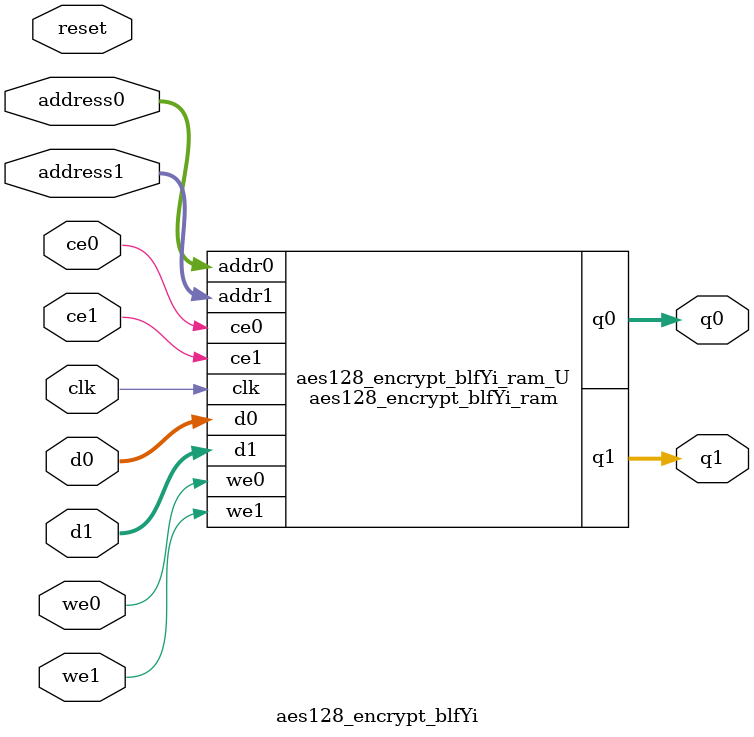
<source format=v>
`timescale 1 ns / 1 ps
module aes128_encrypt_blfYi_ram (addr0, ce0, d0, we0, q0, addr1, ce1, d1, we1, q1,  clk);

parameter DWIDTH = 8;
parameter AWIDTH = 8;
parameter MEM_SIZE = 176;

input[AWIDTH-1:0] addr0;
input ce0;
input[DWIDTH-1:0] d0;
input we0;
output reg[DWIDTH-1:0] q0;
input[AWIDTH-1:0] addr1;
input ce1;
input[DWIDTH-1:0] d1;
input we1;
output reg[DWIDTH-1:0] q1;
input clk;

(* ram_style = "block" *)reg [DWIDTH-1:0] ram[0:MEM_SIZE-1];




always @(posedge clk)  
begin 
    if (ce0) 
    begin
        if (we0) 
        begin 
            ram[addr0] <= d0; 
        end 
        q0 <= ram[addr0];
    end
end


always @(posedge clk)  
begin 
    if (ce1) 
    begin
        if (we1) 
        begin 
            ram[addr1] <= d1; 
        end 
        q1 <= ram[addr1];
    end
end


endmodule

`timescale 1 ns / 1 ps
module aes128_encrypt_blfYi(
    reset,
    clk,
    address0,
    ce0,
    we0,
    d0,
    q0,
    address1,
    ce1,
    we1,
    d1,
    q1);

parameter DataWidth = 32'd8;
parameter AddressRange = 32'd176;
parameter AddressWidth = 32'd8;
input reset;
input clk;
input[AddressWidth - 1:0] address0;
input ce0;
input we0;
input[DataWidth - 1:0] d0;
output[DataWidth - 1:0] q0;
input[AddressWidth - 1:0] address1;
input ce1;
input we1;
input[DataWidth - 1:0] d1;
output[DataWidth - 1:0] q1;



aes128_encrypt_blfYi_ram aes128_encrypt_blfYi_ram_U(
    .clk( clk ),
    .addr0( address0 ),
    .ce0( ce0 ),
    .we0( we0 ),
    .d0( d0 ),
    .q0( q0 ),
    .addr1( address1 ),
    .ce1( ce1 ),
    .we1( we1 ),
    .d1( d1 ),
    .q1( q1 ));

endmodule


</source>
